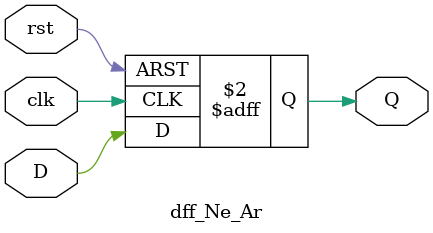
<source format=v>
module dff_Ne_Ar (Q,D,rst,clk);

input D, clk, rst;
output reg Q;

always @(negedge clk or posedge rst)
    if(rst)
            Q <= 1'b0;
    else
            Q <= D;

endmodule
</source>
